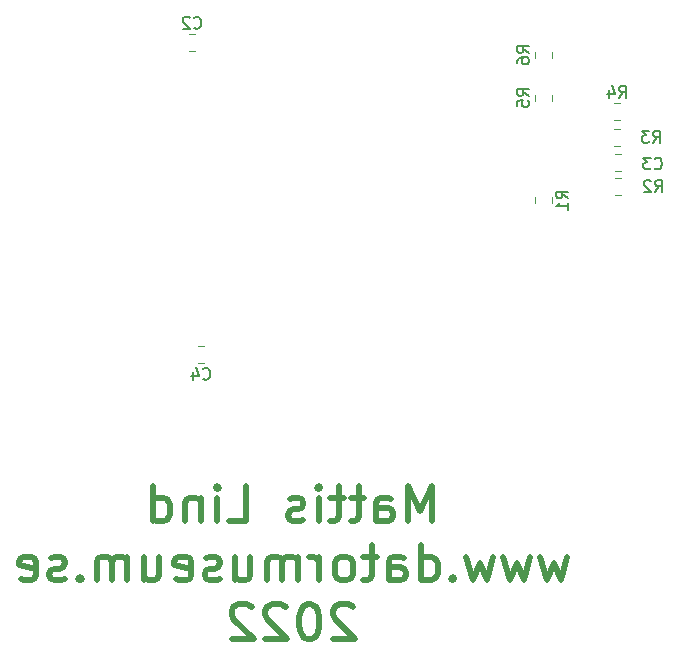
<source format=gbr>
G04 #@! TF.GenerationSoftware,KiCad,Pcbnew,5.0.2-bee76a0~70~ubuntu16.04.1*
G04 #@! TF.CreationDate,2022-08-11T15:43:15+02:00*
G04 #@! TF.ProjectId,QIC02EMU,51494330-3245-44d5-952e-6b696361645f,rev?*
G04 #@! TF.SameCoordinates,Original*
G04 #@! TF.FileFunction,Legend,Bot*
G04 #@! TF.FilePolarity,Positive*
%FSLAX46Y46*%
G04 Gerber Fmt 4.6, Leading zero omitted, Abs format (unit mm)*
G04 Created by KiCad (PCBNEW 5.0.2-bee76a0~70~ubuntu16.04.1) date tor 11 aug 2022 15:43:15*
%MOMM*%
%LPD*%
G01*
G04 APERTURE LIST*
%ADD10C,0.500000*%
%ADD11C,0.120000*%
%ADD12C,0.150000*%
G04 APERTURE END LIST*
D10*
X139151474Y-147443962D02*
X139151474Y-144443962D01*
X138151474Y-146586820D01*
X137151474Y-144443962D01*
X137151474Y-147443962D01*
X134437188Y-147443962D02*
X134437188Y-145872534D01*
X134580045Y-145586820D01*
X134865760Y-145443962D01*
X135437188Y-145443962D01*
X135722902Y-145586820D01*
X134437188Y-147301105D02*
X134722902Y-147443962D01*
X135437188Y-147443962D01*
X135722902Y-147301105D01*
X135865760Y-147015391D01*
X135865760Y-146729677D01*
X135722902Y-146443962D01*
X135437188Y-146301105D01*
X134722902Y-146301105D01*
X134437188Y-146158248D01*
X133437188Y-145443962D02*
X132294331Y-145443962D01*
X133008617Y-144443962D02*
X133008617Y-147015391D01*
X132865760Y-147301105D01*
X132580045Y-147443962D01*
X132294331Y-147443962D01*
X131722902Y-145443962D02*
X130580045Y-145443962D01*
X131294331Y-144443962D02*
X131294331Y-147015391D01*
X131151474Y-147301105D01*
X130865760Y-147443962D01*
X130580045Y-147443962D01*
X129580045Y-147443962D02*
X129580045Y-145443962D01*
X129580045Y-144443962D02*
X129722902Y-144586820D01*
X129580045Y-144729677D01*
X129437188Y-144586820D01*
X129580045Y-144443962D01*
X129580045Y-144729677D01*
X128294331Y-147301105D02*
X128008617Y-147443962D01*
X127437188Y-147443962D01*
X127151474Y-147301105D01*
X127008617Y-147015391D01*
X127008617Y-146872534D01*
X127151474Y-146586820D01*
X127437188Y-146443962D01*
X127865760Y-146443962D01*
X128151474Y-146301105D01*
X128294331Y-146015391D01*
X128294331Y-145872534D01*
X128151474Y-145586820D01*
X127865760Y-145443962D01*
X127437188Y-145443962D01*
X127151474Y-145586820D01*
X122008617Y-147443962D02*
X123437188Y-147443962D01*
X123437188Y-144443962D01*
X121008617Y-147443962D02*
X121008617Y-145443962D01*
X121008617Y-144443962D02*
X121151474Y-144586820D01*
X121008617Y-144729677D01*
X120865760Y-144586820D01*
X121008617Y-144443962D01*
X121008617Y-144729677D01*
X119580045Y-145443962D02*
X119580045Y-147443962D01*
X119580045Y-145729677D02*
X119437188Y-145586820D01*
X119151474Y-145443962D01*
X118722902Y-145443962D01*
X118437188Y-145586820D01*
X118294331Y-145872534D01*
X118294331Y-147443962D01*
X115580045Y-147443962D02*
X115580045Y-144443962D01*
X115580045Y-147301105D02*
X115865760Y-147443962D01*
X116437188Y-147443962D01*
X116722902Y-147301105D01*
X116865760Y-147158248D01*
X117008617Y-146872534D01*
X117008617Y-146015391D01*
X116865760Y-145729677D01*
X116722902Y-145586820D01*
X116437188Y-145443962D01*
X115865760Y-145443962D01*
X115580045Y-145586820D01*
X150651474Y-150443962D02*
X150080045Y-152443962D01*
X149508617Y-151015391D01*
X148937188Y-152443962D01*
X148365760Y-150443962D01*
X147508617Y-150443962D02*
X146937188Y-152443962D01*
X146365760Y-151015391D01*
X145794331Y-152443962D01*
X145222902Y-150443962D01*
X144365760Y-150443962D02*
X143794331Y-152443962D01*
X143222902Y-151015391D01*
X142651474Y-152443962D01*
X142080045Y-150443962D01*
X140937188Y-152158248D02*
X140794331Y-152301105D01*
X140937188Y-152443962D01*
X141080045Y-152301105D01*
X140937188Y-152158248D01*
X140937188Y-152443962D01*
X138222902Y-152443962D02*
X138222902Y-149443962D01*
X138222902Y-152301105D02*
X138508617Y-152443962D01*
X139080045Y-152443962D01*
X139365760Y-152301105D01*
X139508617Y-152158248D01*
X139651474Y-151872534D01*
X139651474Y-151015391D01*
X139508617Y-150729677D01*
X139365760Y-150586820D01*
X139080045Y-150443962D01*
X138508617Y-150443962D01*
X138222902Y-150586820D01*
X135508617Y-152443962D02*
X135508617Y-150872534D01*
X135651474Y-150586820D01*
X135937188Y-150443962D01*
X136508617Y-150443962D01*
X136794331Y-150586820D01*
X135508617Y-152301105D02*
X135794331Y-152443962D01*
X136508617Y-152443962D01*
X136794331Y-152301105D01*
X136937188Y-152015391D01*
X136937188Y-151729677D01*
X136794331Y-151443962D01*
X136508617Y-151301105D01*
X135794331Y-151301105D01*
X135508617Y-151158248D01*
X134508617Y-150443962D02*
X133365760Y-150443962D01*
X134080045Y-149443962D02*
X134080045Y-152015391D01*
X133937188Y-152301105D01*
X133651474Y-152443962D01*
X133365760Y-152443962D01*
X131937188Y-152443962D02*
X132222902Y-152301105D01*
X132365760Y-152158248D01*
X132508617Y-151872534D01*
X132508617Y-151015391D01*
X132365760Y-150729677D01*
X132222902Y-150586820D01*
X131937188Y-150443962D01*
X131508617Y-150443962D01*
X131222902Y-150586820D01*
X131080045Y-150729677D01*
X130937188Y-151015391D01*
X130937188Y-151872534D01*
X131080045Y-152158248D01*
X131222902Y-152301105D01*
X131508617Y-152443962D01*
X131937188Y-152443962D01*
X129651474Y-152443962D02*
X129651474Y-150443962D01*
X129651474Y-151015391D02*
X129508617Y-150729677D01*
X129365760Y-150586820D01*
X129080045Y-150443962D01*
X128794331Y-150443962D01*
X127794331Y-152443962D02*
X127794331Y-150443962D01*
X127794331Y-150729677D02*
X127651474Y-150586820D01*
X127365760Y-150443962D01*
X126937188Y-150443962D01*
X126651474Y-150586820D01*
X126508617Y-150872534D01*
X126508617Y-152443962D01*
X126508617Y-150872534D02*
X126365760Y-150586820D01*
X126080045Y-150443962D01*
X125651474Y-150443962D01*
X125365760Y-150586820D01*
X125222902Y-150872534D01*
X125222902Y-152443962D01*
X122508617Y-150443962D02*
X122508617Y-152443962D01*
X123794331Y-150443962D02*
X123794331Y-152015391D01*
X123651474Y-152301105D01*
X123365760Y-152443962D01*
X122937188Y-152443962D01*
X122651474Y-152301105D01*
X122508617Y-152158248D01*
X121222902Y-152301105D02*
X120937188Y-152443962D01*
X120365760Y-152443962D01*
X120080045Y-152301105D01*
X119937188Y-152015391D01*
X119937188Y-151872534D01*
X120080045Y-151586820D01*
X120365760Y-151443962D01*
X120794331Y-151443962D01*
X121080045Y-151301105D01*
X121222902Y-151015391D01*
X121222902Y-150872534D01*
X121080045Y-150586820D01*
X120794331Y-150443962D01*
X120365760Y-150443962D01*
X120080045Y-150586820D01*
X117508617Y-152301105D02*
X117794331Y-152443962D01*
X118365760Y-152443962D01*
X118651474Y-152301105D01*
X118794331Y-152015391D01*
X118794331Y-150872534D01*
X118651474Y-150586820D01*
X118365760Y-150443962D01*
X117794331Y-150443962D01*
X117508617Y-150586820D01*
X117365760Y-150872534D01*
X117365760Y-151158248D01*
X118794331Y-151443962D01*
X114794331Y-150443962D02*
X114794331Y-152443962D01*
X116080045Y-150443962D02*
X116080045Y-152015391D01*
X115937188Y-152301105D01*
X115651474Y-152443962D01*
X115222902Y-152443962D01*
X114937188Y-152301105D01*
X114794331Y-152158248D01*
X113365760Y-152443962D02*
X113365760Y-150443962D01*
X113365760Y-150729677D02*
X113222902Y-150586820D01*
X112937188Y-150443962D01*
X112508617Y-150443962D01*
X112222902Y-150586820D01*
X112080045Y-150872534D01*
X112080045Y-152443962D01*
X112080045Y-150872534D02*
X111937188Y-150586820D01*
X111651474Y-150443962D01*
X111222902Y-150443962D01*
X110937188Y-150586820D01*
X110794331Y-150872534D01*
X110794331Y-152443962D01*
X109365760Y-152158248D02*
X109222902Y-152301105D01*
X109365760Y-152443962D01*
X109508617Y-152301105D01*
X109365760Y-152158248D01*
X109365760Y-152443962D01*
X108080045Y-152301105D02*
X107794331Y-152443962D01*
X107222902Y-152443962D01*
X106937188Y-152301105D01*
X106794331Y-152015391D01*
X106794331Y-151872534D01*
X106937188Y-151586820D01*
X107222902Y-151443962D01*
X107651474Y-151443962D01*
X107937188Y-151301105D01*
X108080045Y-151015391D01*
X108080045Y-150872534D01*
X107937188Y-150586820D01*
X107651474Y-150443962D01*
X107222902Y-150443962D01*
X106937188Y-150586820D01*
X104365760Y-152301105D02*
X104651474Y-152443962D01*
X105222902Y-152443962D01*
X105508617Y-152301105D01*
X105651474Y-152015391D01*
X105651474Y-150872534D01*
X105508617Y-150586820D01*
X105222902Y-150443962D01*
X104651474Y-150443962D01*
X104365760Y-150586820D01*
X104222902Y-150872534D01*
X104222902Y-151158248D01*
X105651474Y-151443962D01*
X132508617Y-154729677D02*
X132365760Y-154586820D01*
X132080045Y-154443962D01*
X131365760Y-154443962D01*
X131080045Y-154586820D01*
X130937188Y-154729677D01*
X130794331Y-155015391D01*
X130794331Y-155301105D01*
X130937188Y-155729677D01*
X132651474Y-157443962D01*
X130794331Y-157443962D01*
X128937188Y-154443962D02*
X128651474Y-154443962D01*
X128365760Y-154586820D01*
X128222902Y-154729677D01*
X128080045Y-155015391D01*
X127937188Y-155586820D01*
X127937188Y-156301105D01*
X128080045Y-156872534D01*
X128222902Y-157158248D01*
X128365760Y-157301105D01*
X128651474Y-157443962D01*
X128937188Y-157443962D01*
X129222902Y-157301105D01*
X129365760Y-157158248D01*
X129508617Y-156872534D01*
X129651474Y-156301105D01*
X129651474Y-155586820D01*
X129508617Y-155015391D01*
X129365760Y-154729677D01*
X129222902Y-154586820D01*
X128937188Y-154443962D01*
X126794331Y-154729677D02*
X126651474Y-154586820D01*
X126365760Y-154443962D01*
X125651474Y-154443962D01*
X125365760Y-154586820D01*
X125222902Y-154729677D01*
X125080045Y-155015391D01*
X125080045Y-155301105D01*
X125222902Y-155729677D01*
X126937188Y-157443962D01*
X125080045Y-157443962D01*
X123937188Y-154729677D02*
X123794331Y-154586820D01*
X123508617Y-154443962D01*
X122794331Y-154443962D01*
X122508617Y-154586820D01*
X122365760Y-154729677D01*
X122222902Y-155015391D01*
X122222902Y-155301105D01*
X122365760Y-155729677D01*
X124080045Y-157443962D01*
X122222902Y-157443962D01*
D11*
G04 #@! TO.C,C2*
X119130578Y-106224000D02*
X118613422Y-106224000D01*
X119130578Y-107644000D02*
X118613422Y-107644000D01*
G04 #@! TO.C,C3*
X154632922Y-116384000D02*
X155150078Y-116384000D01*
X154632922Y-117804000D02*
X155150078Y-117804000D01*
G04 #@! TO.C,C4*
X119375422Y-134060000D02*
X119892578Y-134060000D01*
X119375422Y-132640000D02*
X119892578Y-132640000D01*
G04 #@! TO.C,R2*
X155198578Y-119836000D02*
X154681422Y-119836000D01*
X155198578Y-118416000D02*
X154681422Y-118416000D01*
G04 #@! TO.C,R1*
X149300000Y-120527578D02*
X149300000Y-120010422D01*
X147880000Y-120527578D02*
X147880000Y-120010422D01*
G04 #@! TO.C,R3*
X155120078Y-115645000D02*
X154602922Y-115645000D01*
X155120078Y-114225000D02*
X154602922Y-114225000D01*
G04 #@! TO.C,R4*
X155120078Y-112066000D02*
X154602922Y-112066000D01*
X155120078Y-113486000D02*
X154602922Y-113486000D01*
G04 #@! TO.C,R5*
X149300000Y-111325922D02*
X149300000Y-111843078D01*
X147880000Y-111325922D02*
X147880000Y-111843078D01*
G04 #@! TO.C,R6*
X147880000Y-107691422D02*
X147880000Y-108208578D01*
X149300000Y-107691422D02*
X149300000Y-108208578D01*
G04 #@! TO.C,C2*
D12*
X119038666Y-105641142D02*
X119086285Y-105688761D01*
X119229142Y-105736380D01*
X119324380Y-105736380D01*
X119467238Y-105688761D01*
X119562476Y-105593523D01*
X119610095Y-105498285D01*
X119657714Y-105307809D01*
X119657714Y-105164952D01*
X119610095Y-104974476D01*
X119562476Y-104879238D01*
X119467238Y-104784000D01*
X119324380Y-104736380D01*
X119229142Y-104736380D01*
X119086285Y-104784000D01*
X119038666Y-104831619D01*
X118657714Y-104831619D02*
X118610095Y-104784000D01*
X118514857Y-104736380D01*
X118276761Y-104736380D01*
X118181523Y-104784000D01*
X118133904Y-104831619D01*
X118086285Y-104926857D01*
X118086285Y-105022095D01*
X118133904Y-105164952D01*
X118705333Y-105736380D01*
X118086285Y-105736380D01*
G04 #@! TO.C,C3*
X158032746Y-117565442D02*
X158080365Y-117613061D01*
X158223222Y-117660680D01*
X158318460Y-117660680D01*
X158461318Y-117613061D01*
X158556556Y-117517823D01*
X158604175Y-117422585D01*
X158651794Y-117232109D01*
X158651794Y-117089252D01*
X158604175Y-116898776D01*
X158556556Y-116803538D01*
X158461318Y-116708300D01*
X158318460Y-116660680D01*
X158223222Y-116660680D01*
X158080365Y-116708300D01*
X158032746Y-116755919D01*
X157699413Y-116660680D02*
X157080365Y-116660680D01*
X157413699Y-117041633D01*
X157270841Y-117041633D01*
X157175603Y-117089252D01*
X157127984Y-117136871D01*
X157080365Y-117232109D01*
X157080365Y-117470204D01*
X157127984Y-117565442D01*
X157175603Y-117613061D01*
X157270841Y-117660680D01*
X157556556Y-117660680D01*
X157651794Y-117613061D01*
X157699413Y-117565442D01*
G04 #@! TO.C,C4*
X119800666Y-135357142D02*
X119848285Y-135404761D01*
X119991142Y-135452380D01*
X120086380Y-135452380D01*
X120229238Y-135404761D01*
X120324476Y-135309523D01*
X120372095Y-135214285D01*
X120419714Y-135023809D01*
X120419714Y-134880952D01*
X120372095Y-134690476D01*
X120324476Y-134595238D01*
X120229238Y-134500000D01*
X120086380Y-134452380D01*
X119991142Y-134452380D01*
X119848285Y-134500000D01*
X119800666Y-134547619D01*
X118943523Y-134785714D02*
X118943523Y-135452380D01*
X119181619Y-134404761D02*
X119419714Y-135119047D01*
X118800666Y-135119047D01*
G04 #@! TO.C,R2*
X158070846Y-119552980D02*
X158404180Y-119076790D01*
X158642275Y-119552980D02*
X158642275Y-118552980D01*
X158261322Y-118552980D01*
X158166084Y-118600600D01*
X158118465Y-118648219D01*
X158070846Y-118743457D01*
X158070846Y-118886314D01*
X158118465Y-118981552D01*
X158166084Y-119029171D01*
X158261322Y-119076790D01*
X158642275Y-119076790D01*
X157689894Y-118648219D02*
X157642275Y-118600600D01*
X157547037Y-118552980D01*
X157308941Y-118552980D01*
X157213703Y-118600600D01*
X157166084Y-118648219D01*
X157118465Y-118743457D01*
X157118465Y-118838695D01*
X157166084Y-118981552D01*
X157737513Y-119552980D01*
X157118465Y-119552980D01*
G04 #@! TO.C,R1*
X150692380Y-120102333D02*
X150216190Y-119769000D01*
X150692380Y-119530904D02*
X149692380Y-119530904D01*
X149692380Y-119911857D01*
X149740000Y-120007095D01*
X149787619Y-120054714D01*
X149882857Y-120102333D01*
X150025714Y-120102333D01*
X150120952Y-120054714D01*
X150168571Y-120007095D01*
X150216190Y-119911857D01*
X150216190Y-119530904D01*
X150692380Y-121054714D02*
X150692380Y-120483285D01*
X150692380Y-120769000D02*
X149692380Y-120769000D01*
X149835238Y-120673761D01*
X149930476Y-120578523D01*
X149978095Y-120483285D01*
G04 #@! TO.C,R3*
X157900666Y-115379760D02*
X158234000Y-114903570D01*
X158472095Y-115379760D02*
X158472095Y-114379760D01*
X158091142Y-114379760D01*
X157995904Y-114427380D01*
X157948285Y-114474999D01*
X157900666Y-114570237D01*
X157900666Y-114713094D01*
X157948285Y-114808332D01*
X157995904Y-114855951D01*
X158091142Y-114903570D01*
X158472095Y-114903570D01*
X157567333Y-114379760D02*
X156948285Y-114379760D01*
X157281619Y-114760713D01*
X157138761Y-114760713D01*
X157043523Y-114808332D01*
X156995904Y-114855951D01*
X156948285Y-114951189D01*
X156948285Y-115189284D01*
X156995904Y-115284522D01*
X157043523Y-115332141D01*
X157138761Y-115379760D01*
X157424476Y-115379760D01*
X157519714Y-115332141D01*
X157567333Y-115284522D01*
G04 #@! TO.C,R4*
X155028166Y-111578380D02*
X155361500Y-111102190D01*
X155599595Y-111578380D02*
X155599595Y-110578380D01*
X155218642Y-110578380D01*
X155123404Y-110626000D01*
X155075785Y-110673619D01*
X155028166Y-110768857D01*
X155028166Y-110911714D01*
X155075785Y-111006952D01*
X155123404Y-111054571D01*
X155218642Y-111102190D01*
X155599595Y-111102190D01*
X154171023Y-110911714D02*
X154171023Y-111578380D01*
X154409119Y-110530761D02*
X154647214Y-111245047D01*
X154028166Y-111245047D01*
G04 #@! TO.C,R5*
X147392380Y-111417833D02*
X146916190Y-111084500D01*
X147392380Y-110846404D02*
X146392380Y-110846404D01*
X146392380Y-111227357D01*
X146440000Y-111322595D01*
X146487619Y-111370214D01*
X146582857Y-111417833D01*
X146725714Y-111417833D01*
X146820952Y-111370214D01*
X146868571Y-111322595D01*
X146916190Y-111227357D01*
X146916190Y-110846404D01*
X146392380Y-112322595D02*
X146392380Y-111846404D01*
X146868571Y-111798785D01*
X146820952Y-111846404D01*
X146773333Y-111941642D01*
X146773333Y-112179738D01*
X146820952Y-112274976D01*
X146868571Y-112322595D01*
X146963809Y-112370214D01*
X147201904Y-112370214D01*
X147297142Y-112322595D01*
X147344761Y-112274976D01*
X147392380Y-112179738D01*
X147392380Y-111941642D01*
X147344761Y-111846404D01*
X147297142Y-111798785D01*
G04 #@! TO.C,R6*
X147392380Y-107783333D02*
X146916190Y-107450000D01*
X147392380Y-107211904D02*
X146392380Y-107211904D01*
X146392380Y-107592857D01*
X146440000Y-107688095D01*
X146487619Y-107735714D01*
X146582857Y-107783333D01*
X146725714Y-107783333D01*
X146820952Y-107735714D01*
X146868571Y-107688095D01*
X146916190Y-107592857D01*
X146916190Y-107211904D01*
X146392380Y-108640476D02*
X146392380Y-108450000D01*
X146440000Y-108354761D01*
X146487619Y-108307142D01*
X146630476Y-108211904D01*
X146820952Y-108164285D01*
X147201904Y-108164285D01*
X147297142Y-108211904D01*
X147344761Y-108259523D01*
X147392380Y-108354761D01*
X147392380Y-108545238D01*
X147344761Y-108640476D01*
X147297142Y-108688095D01*
X147201904Y-108735714D01*
X146963809Y-108735714D01*
X146868571Y-108688095D01*
X146820952Y-108640476D01*
X146773333Y-108545238D01*
X146773333Y-108354761D01*
X146820952Y-108259523D01*
X146868571Y-108211904D01*
X146963809Y-108164285D01*
G04 #@! TD*
M02*

</source>
